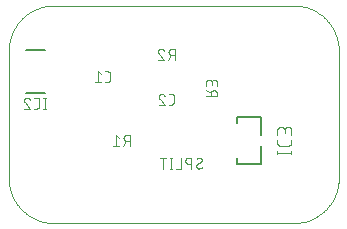
<source format=gbo>
G04 EAGLE Gerber X2 export*
G75*
%MOMM*%
%FSLAX35Y35*%
%LPD*%
%AMOC8*
5,1,8,0,0,1.08239X$1,22.5*%
G01*
%ADD10C,0.076200*%
%ADD11C,0.127000*%
%ADD12C,0.101600*%


D10*
X2413000Y1841500D02*
X381000Y1841500D01*
X0Y1460500D02*
X0Y381000D01*
X381000Y0D02*
X2413000Y0D01*
X2794000Y381000D02*
X2794000Y1460500D01*
X381000Y1841500D02*
X371794Y1841389D01*
X362593Y1841055D01*
X353402Y1840499D01*
X344228Y1839721D01*
X335076Y1838722D01*
X325950Y1837502D01*
X316856Y1836062D01*
X307800Y1834402D01*
X298786Y1832524D01*
X289821Y1830429D01*
X280908Y1828118D01*
X272055Y1825592D01*
X263265Y1822853D01*
X254543Y1819902D01*
X245896Y1816741D01*
X237327Y1813373D01*
X228842Y1809798D01*
X220446Y1806019D01*
X212144Y1802039D01*
X203940Y1797859D01*
X195840Y1793482D01*
X187848Y1788910D01*
X179969Y1784147D01*
X172207Y1779195D01*
X164567Y1774057D01*
X157054Y1768735D01*
X149671Y1763234D01*
X142423Y1757556D01*
X135315Y1751704D01*
X128350Y1745683D01*
X121533Y1739494D01*
X114867Y1733143D01*
X108357Y1726633D01*
X102006Y1719967D01*
X95817Y1713150D01*
X89796Y1706185D01*
X83944Y1699077D01*
X78266Y1691829D01*
X72765Y1684446D01*
X67443Y1676933D01*
X62305Y1669293D01*
X57353Y1661531D01*
X52590Y1653652D01*
X48018Y1645660D01*
X43641Y1637560D01*
X39461Y1629356D01*
X35481Y1621054D01*
X31702Y1612658D01*
X28127Y1604173D01*
X24759Y1595604D01*
X21598Y1586957D01*
X18647Y1578235D01*
X15908Y1569445D01*
X13382Y1560592D01*
X11071Y1551679D01*
X8976Y1542714D01*
X7098Y1533700D01*
X5438Y1524644D01*
X3998Y1515550D01*
X2778Y1506424D01*
X1779Y1497272D01*
X1001Y1488098D01*
X445Y1478907D01*
X111Y1469706D01*
X0Y1460500D01*
X2413000Y1841500D02*
X2422206Y1841389D01*
X2431407Y1841055D01*
X2440598Y1840499D01*
X2449772Y1839721D01*
X2458924Y1838722D01*
X2468050Y1837502D01*
X2477144Y1836062D01*
X2486200Y1834402D01*
X2495214Y1832524D01*
X2504179Y1830429D01*
X2513092Y1828118D01*
X2521945Y1825592D01*
X2530735Y1822853D01*
X2539457Y1819902D01*
X2548104Y1816741D01*
X2556673Y1813373D01*
X2565158Y1809798D01*
X2573554Y1806019D01*
X2581856Y1802039D01*
X2590060Y1797859D01*
X2598160Y1793482D01*
X2606152Y1788910D01*
X2614031Y1784147D01*
X2621793Y1779195D01*
X2629433Y1774057D01*
X2636946Y1768735D01*
X2644329Y1763234D01*
X2651577Y1757556D01*
X2658685Y1751704D01*
X2665650Y1745683D01*
X2672467Y1739494D01*
X2679133Y1733143D01*
X2685643Y1726633D01*
X2691994Y1719967D01*
X2698183Y1713150D01*
X2704204Y1706185D01*
X2710056Y1699077D01*
X2715734Y1691829D01*
X2721235Y1684446D01*
X2726557Y1676933D01*
X2731695Y1669293D01*
X2736647Y1661531D01*
X2741410Y1653652D01*
X2745982Y1645660D01*
X2750359Y1637560D01*
X2754539Y1629356D01*
X2758519Y1621054D01*
X2762298Y1612658D01*
X2765873Y1604173D01*
X2769241Y1595604D01*
X2772402Y1586957D01*
X2775353Y1578235D01*
X2778092Y1569445D01*
X2780618Y1560592D01*
X2782929Y1551679D01*
X2785024Y1542714D01*
X2786902Y1533700D01*
X2788562Y1524644D01*
X2790002Y1515550D01*
X2791222Y1506424D01*
X2792221Y1497272D01*
X2792999Y1488098D01*
X2793555Y1478907D01*
X2793889Y1469706D01*
X2794000Y1460500D01*
X381000Y0D02*
X371794Y111D01*
X362593Y445D01*
X353402Y1001D01*
X344228Y1779D01*
X335076Y2778D01*
X325950Y3998D01*
X316856Y5438D01*
X307800Y7098D01*
X298786Y8976D01*
X289821Y11071D01*
X280908Y13382D01*
X272055Y15908D01*
X263265Y18647D01*
X254543Y21598D01*
X245896Y24759D01*
X237327Y28127D01*
X228842Y31702D01*
X220446Y35481D01*
X212144Y39461D01*
X203940Y43641D01*
X195840Y48018D01*
X187848Y52590D01*
X179969Y57353D01*
X172207Y62305D01*
X164567Y67443D01*
X157054Y72765D01*
X149671Y78266D01*
X142423Y83944D01*
X135315Y89796D01*
X128350Y95817D01*
X121533Y102006D01*
X114867Y108357D01*
X108357Y114867D01*
X102006Y121533D01*
X95817Y128350D01*
X89796Y135315D01*
X83944Y142423D01*
X78266Y149671D01*
X72765Y157054D01*
X67443Y164567D01*
X62305Y172207D01*
X57353Y179969D01*
X52590Y187848D01*
X48018Y195840D01*
X43641Y203940D01*
X39461Y212144D01*
X35481Y220446D01*
X31702Y228842D01*
X28127Y237327D01*
X24759Y245896D01*
X21598Y254543D01*
X18647Y263265D01*
X15908Y272055D01*
X13382Y280908D01*
X11071Y289821D01*
X8976Y298786D01*
X7098Y307800D01*
X5438Y316856D01*
X3998Y325950D01*
X2778Y335076D01*
X1779Y344228D01*
X1001Y353402D01*
X445Y362593D01*
X111Y371794D01*
X0Y381000D01*
X2413000Y0D02*
X2422206Y111D01*
X2431407Y445D01*
X2440598Y1001D01*
X2449772Y1779D01*
X2458924Y2778D01*
X2468050Y3998D01*
X2477144Y5438D01*
X2486200Y7098D01*
X2495214Y8976D01*
X2504179Y11071D01*
X2513092Y13382D01*
X2521945Y15908D01*
X2530735Y18647D01*
X2539457Y21598D01*
X2548104Y24759D01*
X2556673Y28127D01*
X2565158Y31702D01*
X2573554Y35481D01*
X2581856Y39461D01*
X2590060Y43641D01*
X2598160Y48018D01*
X2606152Y52590D01*
X2614031Y57353D01*
X2621793Y62305D01*
X2629433Y67443D01*
X2636946Y72765D01*
X2644329Y78266D01*
X2651577Y83944D01*
X2658685Y89796D01*
X2665650Y95817D01*
X2672467Y102006D01*
X2679133Y108357D01*
X2685643Y114867D01*
X2691994Y121533D01*
X2698183Y128350D01*
X2704204Y135315D01*
X2710056Y142423D01*
X2715734Y149671D01*
X2721235Y157054D01*
X2726557Y164567D01*
X2731695Y172207D01*
X2736647Y179969D01*
X2741410Y187848D01*
X2745982Y195840D01*
X2750359Y203940D01*
X2754539Y212144D01*
X2758519Y220446D01*
X2762298Y228842D01*
X2765873Y237327D01*
X2769241Y245896D01*
X2772402Y254543D01*
X2775353Y263265D01*
X2778092Y272055D01*
X2780618Y280908D01*
X2782929Y289821D01*
X2785024Y298786D01*
X2786902Y307800D01*
X2788562Y316856D01*
X2790002Y325950D01*
X2791222Y335076D01*
X2792221Y344228D01*
X2792999Y353402D01*
X2793555Y362593D01*
X2793889Y371794D01*
X2794000Y381000D01*
X836510Y1192060D02*
X815981Y1192060D01*
X836510Y1192060D02*
X837006Y1192066D01*
X837502Y1192084D01*
X837997Y1192114D01*
X838491Y1192156D01*
X838984Y1192210D01*
X839476Y1192275D01*
X839966Y1192353D01*
X840454Y1192442D01*
X840940Y1192544D01*
X841423Y1192657D01*
X841903Y1192781D01*
X842380Y1192917D01*
X842854Y1193065D01*
X843324Y1193224D01*
X843790Y1193394D01*
X844251Y1193576D01*
X844709Y1193768D01*
X845161Y1193972D01*
X845608Y1194186D01*
X846050Y1194411D01*
X846487Y1194647D01*
X846917Y1194894D01*
X847342Y1195150D01*
X847760Y1195417D01*
X848172Y1195694D01*
X848577Y1195981D01*
X848974Y1196277D01*
X849365Y1196583D01*
X849748Y1196898D01*
X850123Y1197223D01*
X850491Y1197556D01*
X850850Y1197898D01*
X851201Y1198249D01*
X851543Y1198608D01*
X851876Y1198976D01*
X852201Y1199351D01*
X852516Y1199734D01*
X852822Y1200125D01*
X853118Y1200522D01*
X853405Y1200927D01*
X853682Y1201339D01*
X853949Y1201757D01*
X854205Y1202182D01*
X854452Y1202612D01*
X854688Y1203049D01*
X854913Y1203491D01*
X855127Y1203938D01*
X855331Y1204390D01*
X855523Y1204848D01*
X855705Y1205309D01*
X855875Y1205775D01*
X856034Y1206245D01*
X856182Y1206719D01*
X856318Y1207196D01*
X856442Y1207676D01*
X856555Y1208159D01*
X856657Y1208645D01*
X856746Y1209133D01*
X856824Y1209623D01*
X856889Y1210115D01*
X856943Y1210608D01*
X856985Y1211102D01*
X857015Y1211597D01*
X857033Y1212093D01*
X857039Y1212589D01*
X857038Y1212589D02*
X857038Y1263911D01*
X857039Y1263911D02*
X857033Y1264407D01*
X857015Y1264903D01*
X856985Y1265398D01*
X856943Y1265892D01*
X856889Y1266385D01*
X856824Y1266877D01*
X856746Y1267367D01*
X856657Y1267855D01*
X856555Y1268341D01*
X856442Y1268824D01*
X856318Y1269304D01*
X856182Y1269781D01*
X856034Y1270255D01*
X855875Y1270725D01*
X855705Y1271191D01*
X855523Y1271652D01*
X855331Y1272110D01*
X855127Y1272562D01*
X854913Y1273009D01*
X854688Y1273451D01*
X854452Y1273888D01*
X854205Y1274318D01*
X853949Y1274743D01*
X853682Y1275161D01*
X853405Y1275573D01*
X853118Y1275978D01*
X852822Y1276375D01*
X852516Y1276766D01*
X852201Y1277149D01*
X851876Y1277524D01*
X851543Y1277892D01*
X851201Y1278251D01*
X850850Y1278602D01*
X850491Y1278944D01*
X850123Y1279277D01*
X849748Y1279602D01*
X849365Y1279917D01*
X848974Y1280223D01*
X848577Y1280519D01*
X848172Y1280806D01*
X847760Y1281083D01*
X847342Y1281350D01*
X846917Y1281606D01*
X846487Y1281853D01*
X846050Y1282089D01*
X845608Y1282314D01*
X845161Y1282528D01*
X844709Y1282732D01*
X844251Y1282924D01*
X843790Y1283106D01*
X843324Y1283276D01*
X842854Y1283435D01*
X842380Y1283583D01*
X841903Y1283719D01*
X841423Y1283843D01*
X840940Y1283956D01*
X840454Y1284058D01*
X839966Y1284147D01*
X839476Y1284225D01*
X838984Y1284290D01*
X838491Y1284344D01*
X837997Y1284386D01*
X837502Y1284416D01*
X837006Y1284434D01*
X836510Y1284440D01*
X815981Y1284440D01*
X781784Y1263911D02*
X756123Y1284440D01*
X756123Y1192060D01*
X781784Y1192060D02*
X730462Y1192060D01*
X1355731Y1001560D02*
X1376260Y1001560D01*
X1376756Y1001566D01*
X1377252Y1001584D01*
X1377747Y1001614D01*
X1378241Y1001656D01*
X1378734Y1001710D01*
X1379226Y1001775D01*
X1379716Y1001853D01*
X1380204Y1001942D01*
X1380690Y1002044D01*
X1381173Y1002157D01*
X1381653Y1002281D01*
X1382130Y1002417D01*
X1382604Y1002565D01*
X1383074Y1002724D01*
X1383540Y1002894D01*
X1384001Y1003076D01*
X1384459Y1003268D01*
X1384911Y1003472D01*
X1385358Y1003686D01*
X1385800Y1003911D01*
X1386237Y1004147D01*
X1386667Y1004394D01*
X1387092Y1004650D01*
X1387510Y1004917D01*
X1387922Y1005194D01*
X1388327Y1005481D01*
X1388724Y1005777D01*
X1389115Y1006083D01*
X1389498Y1006398D01*
X1389873Y1006723D01*
X1390241Y1007056D01*
X1390600Y1007398D01*
X1390951Y1007749D01*
X1391293Y1008108D01*
X1391626Y1008476D01*
X1391951Y1008851D01*
X1392266Y1009234D01*
X1392572Y1009625D01*
X1392868Y1010022D01*
X1393155Y1010427D01*
X1393432Y1010839D01*
X1393699Y1011257D01*
X1393955Y1011682D01*
X1394202Y1012112D01*
X1394438Y1012549D01*
X1394663Y1012991D01*
X1394877Y1013438D01*
X1395081Y1013890D01*
X1395273Y1014348D01*
X1395455Y1014809D01*
X1395625Y1015275D01*
X1395784Y1015745D01*
X1395932Y1016219D01*
X1396068Y1016696D01*
X1396192Y1017176D01*
X1396305Y1017659D01*
X1396407Y1018145D01*
X1396496Y1018633D01*
X1396574Y1019123D01*
X1396639Y1019615D01*
X1396693Y1020108D01*
X1396735Y1020602D01*
X1396765Y1021097D01*
X1396783Y1021593D01*
X1396789Y1022089D01*
X1396788Y1022089D02*
X1396788Y1073411D01*
X1396789Y1073411D02*
X1396783Y1073907D01*
X1396765Y1074403D01*
X1396735Y1074898D01*
X1396693Y1075392D01*
X1396639Y1075885D01*
X1396574Y1076377D01*
X1396496Y1076867D01*
X1396407Y1077355D01*
X1396305Y1077841D01*
X1396192Y1078324D01*
X1396068Y1078804D01*
X1395932Y1079281D01*
X1395784Y1079755D01*
X1395625Y1080225D01*
X1395455Y1080691D01*
X1395273Y1081152D01*
X1395081Y1081610D01*
X1394877Y1082062D01*
X1394663Y1082509D01*
X1394438Y1082951D01*
X1394202Y1083388D01*
X1393955Y1083818D01*
X1393699Y1084243D01*
X1393432Y1084661D01*
X1393155Y1085073D01*
X1392868Y1085478D01*
X1392572Y1085875D01*
X1392266Y1086266D01*
X1391951Y1086649D01*
X1391626Y1087024D01*
X1391293Y1087392D01*
X1390951Y1087751D01*
X1390600Y1088102D01*
X1390241Y1088444D01*
X1389873Y1088777D01*
X1389498Y1089102D01*
X1389115Y1089417D01*
X1388724Y1089723D01*
X1388327Y1090019D01*
X1387922Y1090306D01*
X1387510Y1090583D01*
X1387092Y1090850D01*
X1386667Y1091106D01*
X1386237Y1091353D01*
X1385800Y1091589D01*
X1385358Y1091814D01*
X1384911Y1092028D01*
X1384459Y1092232D01*
X1384001Y1092424D01*
X1383540Y1092606D01*
X1383074Y1092776D01*
X1382604Y1092935D01*
X1382130Y1093083D01*
X1381653Y1093219D01*
X1381173Y1093343D01*
X1380690Y1093456D01*
X1380204Y1093558D01*
X1379716Y1093647D01*
X1379226Y1093725D01*
X1378734Y1093790D01*
X1378241Y1093844D01*
X1377747Y1093886D01*
X1377252Y1093916D01*
X1376756Y1093934D01*
X1376260Y1093940D01*
X1355731Y1093940D01*
X1293307Y1093940D02*
X1292740Y1093933D01*
X1292173Y1093912D01*
X1291608Y1093877D01*
X1291043Y1093829D01*
X1290480Y1093766D01*
X1289918Y1093690D01*
X1289358Y1093600D01*
X1288801Y1093496D01*
X1288247Y1093379D01*
X1287695Y1093248D01*
X1287147Y1093103D01*
X1286603Y1092945D01*
X1286062Y1092774D01*
X1285526Y1092590D01*
X1284995Y1092392D01*
X1284469Y1092182D01*
X1283948Y1091959D01*
X1283432Y1091723D01*
X1282923Y1091474D01*
X1282420Y1091213D01*
X1281923Y1090940D01*
X1281434Y1090654D01*
X1280951Y1090357D01*
X1280476Y1090048D01*
X1280009Y1089727D01*
X1279549Y1089395D01*
X1279098Y1089052D01*
X1278656Y1088698D01*
X1278222Y1088333D01*
X1277797Y1087957D01*
X1277382Y1087571D01*
X1276976Y1087176D01*
X1276580Y1086770D01*
X1276195Y1086355D01*
X1275819Y1085930D01*
X1275454Y1085496D01*
X1275100Y1085054D01*
X1274757Y1084603D01*
X1274425Y1084143D01*
X1274104Y1083676D01*
X1273795Y1083201D01*
X1273498Y1082718D01*
X1273212Y1082228D01*
X1272939Y1081732D01*
X1272678Y1081229D01*
X1272429Y1080719D01*
X1272193Y1080204D01*
X1271970Y1079683D01*
X1271760Y1079157D01*
X1271562Y1078625D01*
X1271378Y1078089D01*
X1271206Y1077549D01*
X1271049Y1077005D01*
X1270904Y1076457D01*
X1270773Y1075905D01*
X1270656Y1075351D01*
X1270552Y1074793D01*
X1270462Y1074234D01*
X1270386Y1073672D01*
X1270323Y1073109D01*
X1270275Y1072544D01*
X1270240Y1071978D01*
X1270219Y1071412D01*
X1270212Y1070845D01*
X1293307Y1093940D02*
X1294024Y1093931D01*
X1294741Y1093905D01*
X1295458Y1093862D01*
X1296173Y1093801D01*
X1296886Y1093723D01*
X1297597Y1093628D01*
X1298306Y1093516D01*
X1299012Y1093386D01*
X1299714Y1093240D01*
X1300413Y1093077D01*
X1301107Y1092896D01*
X1301797Y1092699D01*
X1302482Y1092486D01*
X1303162Y1092256D01*
X1303836Y1092009D01*
X1304503Y1091746D01*
X1305165Y1091468D01*
X1305819Y1091173D01*
X1306466Y1090862D01*
X1307105Y1090536D01*
X1307736Y1090195D01*
X1308359Y1089839D01*
X1308973Y1089467D01*
X1309578Y1089081D01*
X1310173Y1088680D01*
X1310758Y1088265D01*
X1311333Y1087836D01*
X1311898Y1087393D01*
X1312452Y1086937D01*
X1312994Y1086467D01*
X1313525Y1085985D01*
X1314045Y1085489D01*
X1314552Y1084982D01*
X1315046Y1084462D01*
X1315528Y1083930D01*
X1315997Y1083387D01*
X1316453Y1082833D01*
X1316895Y1082268D01*
X1317323Y1081692D01*
X1317738Y1081106D01*
X1318138Y1080510D01*
X1318523Y1079905D01*
X1318894Y1079291D01*
X1319250Y1078668D01*
X1319590Y1078036D01*
X1319915Y1077396D01*
X1320225Y1076749D01*
X1320519Y1076095D01*
X1320797Y1075433D01*
X1321059Y1074765D01*
X1321304Y1074091D01*
X1321534Y1073411D01*
X1277910Y1052882D02*
X1277474Y1053307D01*
X1277049Y1053743D01*
X1276635Y1054189D01*
X1276232Y1054645D01*
X1275840Y1055111D01*
X1275459Y1055586D01*
X1275091Y1056071D01*
X1274734Y1056564D01*
X1274390Y1057066D01*
X1274058Y1057576D01*
X1273739Y1058095D01*
X1273432Y1058620D01*
X1273139Y1059154D01*
X1272859Y1059694D01*
X1272592Y1060241D01*
X1272338Y1060795D01*
X1272099Y1061354D01*
X1271873Y1061919D01*
X1271661Y1062490D01*
X1271463Y1063065D01*
X1271279Y1063646D01*
X1271109Y1064230D01*
X1270954Y1064819D01*
X1270814Y1065411D01*
X1270687Y1066007D01*
X1270576Y1066605D01*
X1270479Y1067206D01*
X1270397Y1067809D01*
X1270330Y1068414D01*
X1270278Y1069021D01*
X1270241Y1069628D01*
X1270218Y1070236D01*
X1270211Y1070845D01*
X1277910Y1052882D02*
X1321534Y1001560D01*
X1270212Y1001560D01*
D11*
X308600Y1462700D02*
X148600Y1462700D01*
X148600Y1102700D02*
X308600Y1102700D01*
D10*
X303448Y1062190D02*
X303448Y969810D01*
X293184Y969810D02*
X313713Y969810D01*
X313713Y1062190D02*
X293184Y1062190D01*
X236836Y969810D02*
X216307Y969810D01*
X236836Y969810D02*
X237332Y969816D01*
X237828Y969834D01*
X238323Y969864D01*
X238817Y969906D01*
X239310Y969960D01*
X239802Y970025D01*
X240292Y970103D01*
X240780Y970192D01*
X241266Y970294D01*
X241749Y970407D01*
X242229Y970531D01*
X242706Y970667D01*
X243180Y970815D01*
X243650Y970974D01*
X244116Y971144D01*
X244577Y971326D01*
X245035Y971518D01*
X245487Y971722D01*
X245934Y971936D01*
X246376Y972161D01*
X246813Y972397D01*
X247243Y972644D01*
X247668Y972900D01*
X248086Y973167D01*
X248498Y973444D01*
X248903Y973731D01*
X249300Y974027D01*
X249691Y974333D01*
X250074Y974648D01*
X250449Y974973D01*
X250817Y975306D01*
X251176Y975648D01*
X251527Y975999D01*
X251869Y976358D01*
X252202Y976726D01*
X252527Y977101D01*
X252842Y977484D01*
X253148Y977875D01*
X253444Y978272D01*
X253731Y978677D01*
X254008Y979089D01*
X254275Y979507D01*
X254531Y979932D01*
X254778Y980362D01*
X255014Y980799D01*
X255239Y981241D01*
X255453Y981688D01*
X255657Y982140D01*
X255849Y982598D01*
X256031Y983059D01*
X256201Y983525D01*
X256360Y983995D01*
X256508Y984469D01*
X256644Y984946D01*
X256768Y985426D01*
X256881Y985909D01*
X256983Y986395D01*
X257072Y986883D01*
X257150Y987373D01*
X257215Y987865D01*
X257269Y988358D01*
X257311Y988852D01*
X257341Y989347D01*
X257359Y989843D01*
X257365Y990339D01*
X257364Y990339D02*
X257364Y1041661D01*
X257365Y1041661D02*
X257359Y1042157D01*
X257341Y1042653D01*
X257311Y1043148D01*
X257269Y1043642D01*
X257215Y1044135D01*
X257150Y1044627D01*
X257072Y1045117D01*
X256983Y1045605D01*
X256881Y1046091D01*
X256768Y1046574D01*
X256644Y1047054D01*
X256508Y1047531D01*
X256360Y1048005D01*
X256201Y1048475D01*
X256031Y1048941D01*
X255849Y1049402D01*
X255657Y1049860D01*
X255453Y1050312D01*
X255239Y1050759D01*
X255014Y1051201D01*
X254778Y1051638D01*
X254531Y1052068D01*
X254275Y1052493D01*
X254008Y1052911D01*
X253731Y1053323D01*
X253444Y1053728D01*
X253148Y1054125D01*
X252842Y1054516D01*
X252527Y1054899D01*
X252202Y1055274D01*
X251869Y1055642D01*
X251527Y1056001D01*
X251176Y1056352D01*
X250817Y1056694D01*
X250449Y1057027D01*
X250074Y1057352D01*
X249691Y1057667D01*
X249300Y1057973D01*
X248903Y1058269D01*
X248498Y1058556D01*
X248086Y1058833D01*
X247668Y1059100D01*
X247243Y1059356D01*
X246813Y1059603D01*
X246376Y1059839D01*
X245934Y1060064D01*
X245487Y1060278D01*
X245035Y1060482D01*
X244577Y1060674D01*
X244116Y1060856D01*
X243650Y1061026D01*
X243180Y1061185D01*
X242706Y1061333D01*
X242229Y1061469D01*
X241749Y1061593D01*
X241266Y1061706D01*
X240780Y1061808D01*
X240292Y1061897D01*
X239802Y1061975D01*
X239310Y1062040D01*
X238817Y1062094D01*
X238323Y1062136D01*
X237828Y1062166D01*
X237332Y1062184D01*
X236836Y1062190D01*
X216307Y1062190D01*
X153883Y1062190D02*
X153316Y1062183D01*
X152749Y1062162D01*
X152184Y1062127D01*
X151619Y1062079D01*
X151056Y1062016D01*
X150494Y1061940D01*
X149934Y1061850D01*
X149377Y1061746D01*
X148823Y1061629D01*
X148271Y1061498D01*
X147723Y1061353D01*
X147179Y1061195D01*
X146638Y1061024D01*
X146102Y1060840D01*
X145571Y1060642D01*
X145045Y1060432D01*
X144524Y1060209D01*
X144008Y1059973D01*
X143499Y1059724D01*
X142996Y1059463D01*
X142499Y1059190D01*
X142010Y1058904D01*
X141527Y1058607D01*
X141052Y1058298D01*
X140585Y1057977D01*
X140125Y1057645D01*
X139674Y1057302D01*
X139232Y1056948D01*
X138798Y1056583D01*
X138373Y1056207D01*
X137958Y1055821D01*
X137552Y1055426D01*
X137156Y1055020D01*
X136771Y1054605D01*
X136395Y1054180D01*
X136030Y1053746D01*
X135676Y1053304D01*
X135333Y1052853D01*
X135001Y1052393D01*
X134680Y1051926D01*
X134371Y1051451D01*
X134074Y1050968D01*
X133788Y1050478D01*
X133515Y1049982D01*
X133254Y1049479D01*
X133005Y1048969D01*
X132769Y1048454D01*
X132546Y1047933D01*
X132336Y1047407D01*
X132138Y1046875D01*
X131954Y1046339D01*
X131782Y1045799D01*
X131625Y1045255D01*
X131480Y1044707D01*
X131349Y1044155D01*
X131232Y1043601D01*
X131128Y1043043D01*
X131038Y1042484D01*
X130962Y1041922D01*
X130899Y1041359D01*
X130851Y1040794D01*
X130816Y1040228D01*
X130795Y1039662D01*
X130788Y1039095D01*
X153883Y1062190D02*
X154600Y1062181D01*
X155317Y1062155D01*
X156034Y1062112D01*
X156749Y1062051D01*
X157462Y1061973D01*
X158173Y1061878D01*
X158882Y1061766D01*
X159588Y1061636D01*
X160290Y1061490D01*
X160989Y1061327D01*
X161683Y1061146D01*
X162373Y1060949D01*
X163058Y1060736D01*
X163738Y1060506D01*
X164412Y1060259D01*
X165079Y1059996D01*
X165741Y1059718D01*
X166395Y1059423D01*
X167042Y1059112D01*
X167681Y1058786D01*
X168312Y1058445D01*
X168935Y1058089D01*
X169549Y1057717D01*
X170154Y1057331D01*
X170749Y1056930D01*
X171334Y1056515D01*
X171909Y1056086D01*
X172474Y1055643D01*
X173028Y1055187D01*
X173570Y1054717D01*
X174101Y1054235D01*
X174621Y1053739D01*
X175128Y1053232D01*
X175622Y1052712D01*
X176104Y1052180D01*
X176573Y1051637D01*
X177029Y1051083D01*
X177471Y1050518D01*
X177899Y1049942D01*
X178314Y1049356D01*
X178714Y1048760D01*
X179099Y1048155D01*
X179470Y1047541D01*
X179826Y1046918D01*
X180166Y1046286D01*
X180491Y1045646D01*
X180801Y1044999D01*
X181095Y1044345D01*
X181373Y1043683D01*
X181635Y1043015D01*
X181880Y1042341D01*
X182110Y1041661D01*
X138486Y1021132D02*
X138050Y1021557D01*
X137625Y1021993D01*
X137211Y1022439D01*
X136808Y1022895D01*
X136416Y1023361D01*
X136035Y1023836D01*
X135667Y1024321D01*
X135310Y1024814D01*
X134966Y1025316D01*
X134634Y1025826D01*
X134315Y1026345D01*
X134008Y1026870D01*
X133715Y1027404D01*
X133435Y1027944D01*
X133168Y1028491D01*
X132914Y1029045D01*
X132675Y1029604D01*
X132449Y1030169D01*
X132237Y1030740D01*
X132039Y1031315D01*
X131855Y1031896D01*
X131685Y1032480D01*
X131530Y1033069D01*
X131390Y1033661D01*
X131263Y1034257D01*
X131152Y1034855D01*
X131055Y1035456D01*
X130973Y1036059D01*
X130906Y1036664D01*
X130854Y1037271D01*
X130817Y1037878D01*
X130794Y1038486D01*
X130787Y1039095D01*
X138486Y1021132D02*
X182110Y969810D01*
X130788Y969810D01*
X1022878Y744690D02*
X1022878Y652310D01*
X1022878Y744690D02*
X997217Y744690D01*
X996592Y744682D01*
X995968Y744660D01*
X995344Y744622D01*
X994721Y744568D01*
X994100Y744500D01*
X993481Y744417D01*
X992864Y744318D01*
X992249Y744205D01*
X991638Y744076D01*
X991029Y743933D01*
X990425Y743775D01*
X989824Y743602D01*
X989228Y743415D01*
X988636Y743213D01*
X988050Y742997D01*
X987469Y742766D01*
X986894Y742522D01*
X986325Y742264D01*
X985762Y741992D01*
X985207Y741706D01*
X984658Y741407D01*
X984117Y741094D01*
X983583Y740769D01*
X983058Y740430D01*
X982541Y740079D01*
X982033Y739715D01*
X981534Y739340D01*
X981044Y738952D01*
X980563Y738552D01*
X980093Y738141D01*
X979633Y737718D01*
X979183Y737284D01*
X978744Y736840D01*
X978315Y736385D01*
X977898Y735919D01*
X977493Y735444D01*
X977099Y734958D01*
X976717Y734464D01*
X976347Y733960D01*
X975990Y733447D01*
X975645Y732926D01*
X975313Y732397D01*
X974994Y731860D01*
X974688Y731315D01*
X974396Y730762D01*
X974117Y730203D01*
X973851Y729637D01*
X973600Y729065D01*
X973363Y728487D01*
X973139Y727903D01*
X972930Y727314D01*
X972736Y726721D01*
X972556Y726122D01*
X972390Y725520D01*
X972240Y724913D01*
X972104Y724303D01*
X971983Y723690D01*
X971877Y723074D01*
X971786Y722456D01*
X971710Y721836D01*
X971649Y721214D01*
X971604Y720590D01*
X971573Y719966D01*
X971558Y719341D01*
X971558Y718717D01*
X971573Y718092D01*
X971604Y717468D01*
X971649Y716844D01*
X971710Y716222D01*
X971786Y715602D01*
X971877Y714984D01*
X971983Y714368D01*
X972104Y713755D01*
X972240Y713145D01*
X972390Y712538D01*
X972556Y711936D01*
X972736Y711337D01*
X972930Y710744D01*
X973139Y710155D01*
X973363Y709571D01*
X973600Y708993D01*
X973851Y708421D01*
X974117Y707855D01*
X974396Y707296D01*
X974688Y706743D01*
X974994Y706198D01*
X975313Y705661D01*
X975645Y705132D01*
X975990Y704611D01*
X976347Y704098D01*
X976717Y703594D01*
X977099Y703100D01*
X977493Y702614D01*
X977898Y702139D01*
X978315Y701673D01*
X978744Y701218D01*
X979183Y700774D01*
X979633Y700340D01*
X980093Y699917D01*
X980563Y699506D01*
X981044Y699106D01*
X981534Y698718D01*
X982033Y698343D01*
X982541Y697979D01*
X983058Y697628D01*
X983583Y697289D01*
X984117Y696964D01*
X984658Y696651D01*
X985207Y696352D01*
X985762Y696066D01*
X986325Y695794D01*
X986894Y695536D01*
X987469Y695292D01*
X988050Y695061D01*
X988636Y694845D01*
X989228Y694643D01*
X989824Y694456D01*
X990425Y694283D01*
X991029Y694125D01*
X991638Y693982D01*
X992249Y693853D01*
X992864Y693740D01*
X993481Y693641D01*
X994100Y693558D01*
X994721Y693490D01*
X995344Y693436D01*
X995968Y693398D01*
X996592Y693376D01*
X997217Y693368D01*
X1022878Y693368D01*
X992085Y693368D02*
X971556Y652310D01*
X933444Y724161D02*
X907783Y744690D01*
X907783Y652310D01*
X933444Y652310D02*
X882122Y652310D01*
X1403878Y1382560D02*
X1403878Y1474940D01*
X1378217Y1474940D01*
X1377592Y1474932D01*
X1376968Y1474910D01*
X1376344Y1474872D01*
X1375721Y1474818D01*
X1375100Y1474750D01*
X1374481Y1474667D01*
X1373864Y1474568D01*
X1373249Y1474455D01*
X1372638Y1474326D01*
X1372029Y1474183D01*
X1371425Y1474025D01*
X1370824Y1473852D01*
X1370228Y1473665D01*
X1369636Y1473463D01*
X1369050Y1473247D01*
X1368469Y1473016D01*
X1367894Y1472772D01*
X1367325Y1472514D01*
X1366762Y1472242D01*
X1366207Y1471956D01*
X1365658Y1471657D01*
X1365117Y1471344D01*
X1364583Y1471019D01*
X1364058Y1470680D01*
X1363541Y1470329D01*
X1363033Y1469965D01*
X1362534Y1469590D01*
X1362044Y1469202D01*
X1361563Y1468802D01*
X1361093Y1468391D01*
X1360633Y1467968D01*
X1360183Y1467534D01*
X1359744Y1467090D01*
X1359315Y1466635D01*
X1358898Y1466169D01*
X1358493Y1465694D01*
X1358099Y1465208D01*
X1357717Y1464714D01*
X1357347Y1464210D01*
X1356990Y1463697D01*
X1356645Y1463176D01*
X1356313Y1462647D01*
X1355994Y1462110D01*
X1355688Y1461565D01*
X1355396Y1461012D01*
X1355117Y1460453D01*
X1354851Y1459887D01*
X1354600Y1459315D01*
X1354363Y1458737D01*
X1354139Y1458153D01*
X1353930Y1457564D01*
X1353736Y1456971D01*
X1353556Y1456372D01*
X1353390Y1455770D01*
X1353240Y1455163D01*
X1353104Y1454553D01*
X1352983Y1453940D01*
X1352877Y1453324D01*
X1352786Y1452706D01*
X1352710Y1452086D01*
X1352649Y1451464D01*
X1352604Y1450840D01*
X1352573Y1450216D01*
X1352558Y1449591D01*
X1352558Y1448967D01*
X1352573Y1448342D01*
X1352604Y1447718D01*
X1352649Y1447094D01*
X1352710Y1446472D01*
X1352786Y1445852D01*
X1352877Y1445234D01*
X1352983Y1444618D01*
X1353104Y1444005D01*
X1353240Y1443395D01*
X1353390Y1442788D01*
X1353556Y1442186D01*
X1353736Y1441587D01*
X1353930Y1440994D01*
X1354139Y1440405D01*
X1354363Y1439821D01*
X1354600Y1439243D01*
X1354851Y1438671D01*
X1355117Y1438105D01*
X1355396Y1437546D01*
X1355688Y1436993D01*
X1355994Y1436448D01*
X1356313Y1435911D01*
X1356645Y1435382D01*
X1356990Y1434861D01*
X1357347Y1434348D01*
X1357717Y1433844D01*
X1358099Y1433350D01*
X1358493Y1432864D01*
X1358898Y1432389D01*
X1359315Y1431923D01*
X1359744Y1431468D01*
X1360183Y1431024D01*
X1360633Y1430590D01*
X1361093Y1430167D01*
X1361563Y1429756D01*
X1362044Y1429356D01*
X1362534Y1428968D01*
X1363033Y1428593D01*
X1363541Y1428229D01*
X1364058Y1427878D01*
X1364583Y1427539D01*
X1365117Y1427214D01*
X1365658Y1426901D01*
X1366207Y1426602D01*
X1366762Y1426316D01*
X1367325Y1426044D01*
X1367894Y1425786D01*
X1368469Y1425542D01*
X1369050Y1425311D01*
X1369636Y1425095D01*
X1370228Y1424893D01*
X1370824Y1424706D01*
X1371425Y1424533D01*
X1372029Y1424375D01*
X1372638Y1424232D01*
X1373249Y1424103D01*
X1373864Y1423990D01*
X1374481Y1423891D01*
X1375100Y1423808D01*
X1375721Y1423740D01*
X1376344Y1423686D01*
X1376968Y1423648D01*
X1377592Y1423626D01*
X1378217Y1423618D01*
X1403878Y1423618D01*
X1373085Y1423618D02*
X1352556Y1382560D01*
X1263123Y1451845D02*
X1263130Y1452412D01*
X1263151Y1452978D01*
X1263186Y1453544D01*
X1263234Y1454109D01*
X1263297Y1454672D01*
X1263373Y1455234D01*
X1263463Y1455793D01*
X1263567Y1456351D01*
X1263684Y1456905D01*
X1263815Y1457457D01*
X1263960Y1458005D01*
X1264117Y1458549D01*
X1264289Y1459089D01*
X1264473Y1459625D01*
X1264671Y1460157D01*
X1264881Y1460683D01*
X1265104Y1461204D01*
X1265340Y1461719D01*
X1265589Y1462229D01*
X1265850Y1462732D01*
X1266123Y1463228D01*
X1266409Y1463718D01*
X1266706Y1464201D01*
X1267015Y1464676D01*
X1267336Y1465143D01*
X1267668Y1465603D01*
X1268011Y1466054D01*
X1268365Y1466496D01*
X1268730Y1466930D01*
X1269106Y1467355D01*
X1269491Y1467770D01*
X1269887Y1468176D01*
X1270293Y1468571D01*
X1270708Y1468957D01*
X1271133Y1469333D01*
X1271567Y1469698D01*
X1272009Y1470052D01*
X1272460Y1470395D01*
X1272920Y1470727D01*
X1273387Y1471048D01*
X1273862Y1471357D01*
X1274345Y1471654D01*
X1274834Y1471940D01*
X1275331Y1472213D01*
X1275834Y1472474D01*
X1276343Y1472723D01*
X1276859Y1472959D01*
X1277380Y1473182D01*
X1277906Y1473392D01*
X1278437Y1473590D01*
X1278973Y1473774D01*
X1279514Y1473945D01*
X1280058Y1474103D01*
X1280606Y1474248D01*
X1281158Y1474379D01*
X1281712Y1474496D01*
X1282269Y1474600D01*
X1282829Y1474690D01*
X1283391Y1474766D01*
X1283954Y1474829D01*
X1284519Y1474877D01*
X1285084Y1474912D01*
X1285651Y1474933D01*
X1286218Y1474940D01*
X1286935Y1474931D01*
X1287652Y1474905D01*
X1288369Y1474862D01*
X1289084Y1474801D01*
X1289797Y1474723D01*
X1290508Y1474628D01*
X1291217Y1474516D01*
X1291923Y1474386D01*
X1292625Y1474240D01*
X1293324Y1474077D01*
X1294018Y1473896D01*
X1294708Y1473699D01*
X1295393Y1473486D01*
X1296073Y1473256D01*
X1296747Y1473009D01*
X1297414Y1472746D01*
X1298076Y1472468D01*
X1298730Y1472173D01*
X1299377Y1471862D01*
X1300016Y1471536D01*
X1300647Y1471195D01*
X1301270Y1470839D01*
X1301884Y1470467D01*
X1302489Y1470081D01*
X1303084Y1469680D01*
X1303669Y1469265D01*
X1304244Y1468836D01*
X1304809Y1468393D01*
X1305363Y1467937D01*
X1305905Y1467467D01*
X1306436Y1466985D01*
X1306956Y1466489D01*
X1307463Y1465982D01*
X1307957Y1465462D01*
X1308439Y1464930D01*
X1308908Y1464387D01*
X1309364Y1463833D01*
X1309806Y1463268D01*
X1310234Y1462692D01*
X1310649Y1462106D01*
X1311049Y1461510D01*
X1311434Y1460905D01*
X1311805Y1460291D01*
X1312161Y1459668D01*
X1312501Y1459036D01*
X1312826Y1458396D01*
X1313136Y1457749D01*
X1313430Y1457095D01*
X1313708Y1456433D01*
X1313970Y1455765D01*
X1314215Y1455091D01*
X1314445Y1454411D01*
X1270821Y1433882D02*
X1270385Y1434307D01*
X1269960Y1434743D01*
X1269546Y1435189D01*
X1269143Y1435645D01*
X1268751Y1436111D01*
X1268370Y1436586D01*
X1268002Y1437071D01*
X1267645Y1437564D01*
X1267301Y1438066D01*
X1266969Y1438576D01*
X1266650Y1439095D01*
X1266343Y1439620D01*
X1266050Y1440154D01*
X1265770Y1440694D01*
X1265503Y1441241D01*
X1265249Y1441795D01*
X1265010Y1442354D01*
X1264784Y1442919D01*
X1264572Y1443490D01*
X1264374Y1444065D01*
X1264190Y1444646D01*
X1264020Y1445230D01*
X1263865Y1445819D01*
X1263725Y1446411D01*
X1263598Y1447007D01*
X1263487Y1447605D01*
X1263390Y1448206D01*
X1263308Y1448809D01*
X1263241Y1449414D01*
X1263189Y1450021D01*
X1263152Y1450628D01*
X1263129Y1451236D01*
X1263122Y1451845D01*
X1270821Y1433882D02*
X1314444Y1382560D01*
X1263122Y1382560D01*
X1668310Y1072622D02*
X1760690Y1072622D01*
X1760690Y1098283D01*
X1760682Y1098908D01*
X1760660Y1099532D01*
X1760622Y1100156D01*
X1760568Y1100779D01*
X1760500Y1101400D01*
X1760417Y1102019D01*
X1760318Y1102636D01*
X1760205Y1103251D01*
X1760076Y1103862D01*
X1759933Y1104471D01*
X1759775Y1105075D01*
X1759602Y1105676D01*
X1759415Y1106272D01*
X1759213Y1106864D01*
X1758997Y1107450D01*
X1758766Y1108031D01*
X1758522Y1108606D01*
X1758264Y1109175D01*
X1757992Y1109738D01*
X1757706Y1110293D01*
X1757407Y1110842D01*
X1757094Y1111383D01*
X1756769Y1111917D01*
X1756430Y1112442D01*
X1756079Y1112959D01*
X1755715Y1113467D01*
X1755340Y1113966D01*
X1754952Y1114456D01*
X1754552Y1114937D01*
X1754141Y1115407D01*
X1753718Y1115867D01*
X1753284Y1116317D01*
X1752840Y1116756D01*
X1752385Y1117185D01*
X1751919Y1117602D01*
X1751444Y1118007D01*
X1750958Y1118401D01*
X1750464Y1118783D01*
X1749960Y1119153D01*
X1749447Y1119510D01*
X1748926Y1119855D01*
X1748397Y1120187D01*
X1747860Y1120506D01*
X1747315Y1120812D01*
X1746762Y1121104D01*
X1746203Y1121383D01*
X1745637Y1121649D01*
X1745065Y1121900D01*
X1744487Y1122137D01*
X1743903Y1122361D01*
X1743314Y1122570D01*
X1742721Y1122764D01*
X1742122Y1122944D01*
X1741520Y1123110D01*
X1740913Y1123260D01*
X1740303Y1123396D01*
X1739690Y1123517D01*
X1739074Y1123623D01*
X1738456Y1123714D01*
X1737836Y1123790D01*
X1737214Y1123851D01*
X1736590Y1123896D01*
X1735966Y1123927D01*
X1735341Y1123942D01*
X1734717Y1123942D01*
X1734092Y1123927D01*
X1733468Y1123896D01*
X1732844Y1123851D01*
X1732222Y1123790D01*
X1731602Y1123714D01*
X1730984Y1123623D01*
X1730368Y1123517D01*
X1729755Y1123396D01*
X1729145Y1123260D01*
X1728538Y1123110D01*
X1727936Y1122944D01*
X1727337Y1122764D01*
X1726744Y1122570D01*
X1726155Y1122361D01*
X1725571Y1122137D01*
X1724993Y1121900D01*
X1724421Y1121649D01*
X1723855Y1121383D01*
X1723296Y1121104D01*
X1722743Y1120812D01*
X1722199Y1120506D01*
X1721661Y1120187D01*
X1721132Y1119855D01*
X1720611Y1119510D01*
X1720098Y1119153D01*
X1719594Y1118783D01*
X1719100Y1118401D01*
X1718614Y1118007D01*
X1718139Y1117602D01*
X1717673Y1117185D01*
X1717218Y1116756D01*
X1716774Y1116317D01*
X1716340Y1115867D01*
X1715917Y1115407D01*
X1715506Y1114937D01*
X1715106Y1114456D01*
X1714718Y1113966D01*
X1714343Y1113467D01*
X1713979Y1112959D01*
X1713628Y1112442D01*
X1713289Y1111917D01*
X1712964Y1111383D01*
X1712651Y1110842D01*
X1712352Y1110293D01*
X1712066Y1109738D01*
X1711794Y1109175D01*
X1711536Y1108606D01*
X1711292Y1108031D01*
X1711061Y1107450D01*
X1710845Y1106864D01*
X1710643Y1106272D01*
X1710456Y1105676D01*
X1710283Y1105075D01*
X1710125Y1104471D01*
X1709982Y1103862D01*
X1709853Y1103251D01*
X1709740Y1102636D01*
X1709641Y1102019D01*
X1709558Y1101400D01*
X1709490Y1100779D01*
X1709436Y1100156D01*
X1709398Y1099532D01*
X1709376Y1098908D01*
X1709368Y1098283D01*
X1709368Y1072622D01*
X1709368Y1103415D02*
X1668310Y1123944D01*
X1668310Y1162056D02*
X1668310Y1187717D01*
X1668318Y1188342D01*
X1668340Y1188966D01*
X1668378Y1189590D01*
X1668432Y1190213D01*
X1668500Y1190834D01*
X1668583Y1191453D01*
X1668682Y1192070D01*
X1668795Y1192685D01*
X1668924Y1193296D01*
X1669067Y1193905D01*
X1669225Y1194509D01*
X1669398Y1195110D01*
X1669585Y1195706D01*
X1669787Y1196298D01*
X1670003Y1196884D01*
X1670234Y1197465D01*
X1670478Y1198040D01*
X1670736Y1198609D01*
X1671008Y1199172D01*
X1671294Y1199727D01*
X1671593Y1200276D01*
X1671906Y1200817D01*
X1672231Y1201351D01*
X1672570Y1201876D01*
X1672921Y1202393D01*
X1673285Y1202901D01*
X1673660Y1203400D01*
X1674048Y1203890D01*
X1674448Y1204371D01*
X1674859Y1204841D01*
X1675282Y1205301D01*
X1675716Y1205751D01*
X1676160Y1206190D01*
X1676615Y1206619D01*
X1677081Y1207036D01*
X1677556Y1207441D01*
X1678042Y1207835D01*
X1678536Y1208217D01*
X1679040Y1208587D01*
X1679553Y1208944D01*
X1680074Y1209289D01*
X1680603Y1209621D01*
X1681141Y1209940D01*
X1681685Y1210246D01*
X1682238Y1210538D01*
X1682797Y1210817D01*
X1683363Y1211083D01*
X1683935Y1211334D01*
X1684513Y1211571D01*
X1685097Y1211795D01*
X1685686Y1212004D01*
X1686279Y1212198D01*
X1686878Y1212378D01*
X1687480Y1212544D01*
X1688087Y1212694D01*
X1688697Y1212830D01*
X1689310Y1212951D01*
X1689926Y1213057D01*
X1690544Y1213148D01*
X1691164Y1213224D01*
X1691786Y1213285D01*
X1692410Y1213330D01*
X1693034Y1213361D01*
X1693659Y1213376D01*
X1694283Y1213376D01*
X1694908Y1213361D01*
X1695532Y1213330D01*
X1696156Y1213285D01*
X1696778Y1213224D01*
X1697398Y1213148D01*
X1698016Y1213057D01*
X1698632Y1212951D01*
X1699245Y1212830D01*
X1699855Y1212694D01*
X1700462Y1212544D01*
X1701064Y1212378D01*
X1701663Y1212198D01*
X1702256Y1212004D01*
X1702845Y1211795D01*
X1703429Y1211571D01*
X1704007Y1211334D01*
X1704579Y1211083D01*
X1705145Y1210817D01*
X1705704Y1210538D01*
X1706257Y1210246D01*
X1706802Y1209940D01*
X1707339Y1209621D01*
X1707868Y1209289D01*
X1708389Y1208944D01*
X1708902Y1208587D01*
X1709406Y1208217D01*
X1709900Y1207835D01*
X1710386Y1207441D01*
X1710861Y1207036D01*
X1711327Y1206619D01*
X1711782Y1206190D01*
X1712226Y1205751D01*
X1712660Y1205301D01*
X1713083Y1204841D01*
X1713494Y1204371D01*
X1713894Y1203890D01*
X1714282Y1203400D01*
X1714657Y1202901D01*
X1715021Y1202393D01*
X1715372Y1201876D01*
X1715711Y1201351D01*
X1716036Y1200817D01*
X1716349Y1200276D01*
X1716648Y1199727D01*
X1716934Y1199172D01*
X1717206Y1198609D01*
X1717464Y1198040D01*
X1717708Y1197465D01*
X1717939Y1196884D01*
X1718155Y1196298D01*
X1718357Y1195706D01*
X1718544Y1195110D01*
X1718717Y1194509D01*
X1718875Y1193905D01*
X1719018Y1193296D01*
X1719147Y1192685D01*
X1719260Y1192070D01*
X1719359Y1191453D01*
X1719442Y1190834D01*
X1719510Y1190213D01*
X1719564Y1189590D01*
X1719602Y1188966D01*
X1719624Y1188342D01*
X1719632Y1187717D01*
X1760690Y1192849D02*
X1760690Y1162056D01*
X1760690Y1192849D02*
X1760684Y1193349D01*
X1760666Y1193849D01*
X1760635Y1194348D01*
X1760593Y1194846D01*
X1760538Y1195343D01*
X1760471Y1195838D01*
X1760392Y1196332D01*
X1760302Y1196823D01*
X1760199Y1197313D01*
X1760084Y1197799D01*
X1759958Y1198283D01*
X1759820Y1198763D01*
X1759670Y1199240D01*
X1759508Y1199714D01*
X1759335Y1200183D01*
X1759151Y1200647D01*
X1758956Y1201107D01*
X1758749Y1201563D01*
X1758531Y1202013D01*
X1758303Y1202457D01*
X1758063Y1202896D01*
X1757813Y1203329D01*
X1757553Y1203756D01*
X1757282Y1204176D01*
X1757001Y1204590D01*
X1756710Y1204996D01*
X1756410Y1205396D01*
X1756099Y1205788D01*
X1755779Y1206172D01*
X1755450Y1206548D01*
X1755112Y1206917D01*
X1754765Y1207277D01*
X1754410Y1207628D01*
X1754046Y1207970D01*
X1753673Y1208304D01*
X1753293Y1208629D01*
X1752905Y1208944D01*
X1752509Y1209249D01*
X1752106Y1209545D01*
X1751696Y1209831D01*
X1751279Y1210107D01*
X1750855Y1210372D01*
X1750426Y1210628D01*
X1749990Y1210872D01*
X1749548Y1211106D01*
X1749100Y1211329D01*
X1748648Y1211542D01*
X1748190Y1211743D01*
X1747728Y1211933D01*
X1747261Y1212111D01*
X1746789Y1212278D01*
X1746314Y1212434D01*
X1745836Y1212578D01*
X1745353Y1212710D01*
X1744868Y1212831D01*
X1744380Y1212940D01*
X1743890Y1213037D01*
X1743397Y1213121D01*
X1742903Y1213194D01*
X1742406Y1213255D01*
X1741909Y1213303D01*
X1741410Y1213340D01*
X1740911Y1213364D01*
X1740411Y1213376D01*
X1739911Y1213376D01*
X1739411Y1213364D01*
X1738912Y1213340D01*
X1738413Y1213303D01*
X1737916Y1213255D01*
X1737419Y1213194D01*
X1736925Y1213121D01*
X1736432Y1213037D01*
X1735942Y1212940D01*
X1735454Y1212831D01*
X1734969Y1212710D01*
X1734486Y1212578D01*
X1734008Y1212434D01*
X1733533Y1212278D01*
X1733061Y1212111D01*
X1732594Y1211933D01*
X1732132Y1211743D01*
X1731674Y1211542D01*
X1731222Y1211329D01*
X1730774Y1211106D01*
X1730332Y1210872D01*
X1729897Y1210628D01*
X1729467Y1210372D01*
X1729043Y1210107D01*
X1728626Y1209831D01*
X1728216Y1209545D01*
X1727813Y1209249D01*
X1727417Y1208944D01*
X1727029Y1208629D01*
X1726649Y1208304D01*
X1726276Y1207970D01*
X1725912Y1207628D01*
X1725557Y1207277D01*
X1725210Y1206917D01*
X1724872Y1206548D01*
X1724543Y1206172D01*
X1724223Y1205788D01*
X1723912Y1205396D01*
X1723612Y1204996D01*
X1723321Y1204590D01*
X1723040Y1204176D01*
X1722769Y1203756D01*
X1722509Y1203329D01*
X1722259Y1202896D01*
X1722019Y1202457D01*
X1721791Y1202013D01*
X1721573Y1201563D01*
X1721366Y1201107D01*
X1721171Y1200647D01*
X1720987Y1200183D01*
X1720814Y1199714D01*
X1720652Y1199240D01*
X1720502Y1198763D01*
X1720364Y1198283D01*
X1720238Y1197799D01*
X1720123Y1197313D01*
X1720020Y1196823D01*
X1719930Y1196332D01*
X1719851Y1195838D01*
X1719784Y1195343D01*
X1719729Y1194846D01*
X1719687Y1194348D01*
X1719656Y1193849D01*
X1719638Y1193349D01*
X1719632Y1192849D01*
X1719632Y1172320D01*
X1586338Y482339D02*
X1586344Y481843D01*
X1586362Y481347D01*
X1586392Y480852D01*
X1586434Y480358D01*
X1586488Y479864D01*
X1586553Y479373D01*
X1586631Y478883D01*
X1586720Y478395D01*
X1586822Y477909D01*
X1586935Y477426D01*
X1587059Y476946D01*
X1587195Y476469D01*
X1587343Y475995D01*
X1587502Y475525D01*
X1587672Y475059D01*
X1587854Y474598D01*
X1588046Y474140D01*
X1588250Y473688D01*
X1588464Y473241D01*
X1588690Y472799D01*
X1588925Y472362D01*
X1589172Y471932D01*
X1589428Y471507D01*
X1589695Y471089D01*
X1589972Y470677D01*
X1590259Y470272D01*
X1590555Y469874D01*
X1590861Y469484D01*
X1591176Y469101D01*
X1591501Y468726D01*
X1591834Y468358D01*
X1592177Y467999D01*
X1592527Y467648D01*
X1592887Y467306D01*
X1593254Y466973D01*
X1593629Y466648D01*
X1594012Y466333D01*
X1594403Y466027D01*
X1594801Y465731D01*
X1595205Y465444D01*
X1595617Y465167D01*
X1596035Y464900D01*
X1596460Y464644D01*
X1596890Y464397D01*
X1597327Y464161D01*
X1597769Y463936D01*
X1598216Y463722D01*
X1598669Y463518D01*
X1599126Y463325D01*
X1599588Y463144D01*
X1600053Y462974D01*
X1600523Y462815D01*
X1600997Y462667D01*
X1601474Y462531D01*
X1601954Y462406D01*
X1602437Y462294D01*
X1602923Y462192D01*
X1603411Y462103D01*
X1603901Y462025D01*
X1604393Y461960D01*
X1604886Y461906D01*
X1605380Y461864D01*
X1605875Y461834D01*
X1606371Y461816D01*
X1606867Y461810D01*
X1606868Y461810D02*
X1607905Y461822D01*
X1608942Y461860D01*
X1609978Y461922D01*
X1611012Y462009D01*
X1612043Y462120D01*
X1613072Y462256D01*
X1614097Y462417D01*
X1615118Y462602D01*
X1616134Y462812D01*
X1617145Y463046D01*
X1618150Y463303D01*
X1619149Y463585D01*
X1620140Y463891D01*
X1621124Y464220D01*
X1622100Y464573D01*
X1623067Y464949D01*
X1624025Y465348D01*
X1624973Y465770D01*
X1625911Y466215D01*
X1626837Y466681D01*
X1627753Y467170D01*
X1628656Y467681D01*
X1629547Y468213D01*
X1630425Y468766D01*
X1631289Y469340D01*
X1632139Y469934D01*
X1632975Y470549D01*
X1633796Y471184D01*
X1634602Y471838D01*
X1635392Y472511D01*
X1636165Y473202D01*
X1636922Y473912D01*
X1637661Y474640D01*
X1635095Y533661D02*
X1635089Y534157D01*
X1635071Y534653D01*
X1635041Y535148D01*
X1634999Y535642D01*
X1634945Y536135D01*
X1634880Y536627D01*
X1634802Y537117D01*
X1634713Y537605D01*
X1634611Y538091D01*
X1634498Y538574D01*
X1634374Y539054D01*
X1634238Y539531D01*
X1634090Y540005D01*
X1633931Y540475D01*
X1633761Y540941D01*
X1633579Y541402D01*
X1633387Y541860D01*
X1633183Y542312D01*
X1632969Y542759D01*
X1632744Y543201D01*
X1632508Y543638D01*
X1632261Y544068D01*
X1632005Y544493D01*
X1631738Y544911D01*
X1631461Y545323D01*
X1631174Y545728D01*
X1630878Y546125D01*
X1630572Y546516D01*
X1630257Y546899D01*
X1629932Y547274D01*
X1629599Y547642D01*
X1629257Y548001D01*
X1628906Y548352D01*
X1628547Y548694D01*
X1628179Y549027D01*
X1627804Y549352D01*
X1627421Y549667D01*
X1627030Y549973D01*
X1626633Y550269D01*
X1626228Y550556D01*
X1625816Y550833D01*
X1625398Y551100D01*
X1624973Y551356D01*
X1624543Y551603D01*
X1624106Y551839D01*
X1623664Y552064D01*
X1623217Y552278D01*
X1622765Y552482D01*
X1622307Y552674D01*
X1621846Y552856D01*
X1621380Y553026D01*
X1620910Y553185D01*
X1620436Y553333D01*
X1619959Y553469D01*
X1619479Y553593D01*
X1618996Y553706D01*
X1618510Y553808D01*
X1618022Y553897D01*
X1617532Y553975D01*
X1617040Y554040D01*
X1616547Y554094D01*
X1616053Y554136D01*
X1615558Y554166D01*
X1615062Y554184D01*
X1614566Y554190D01*
X1613649Y554179D01*
X1612732Y554146D01*
X1611816Y554092D01*
X1610902Y554015D01*
X1609990Y553917D01*
X1609080Y553797D01*
X1608174Y553656D01*
X1607271Y553492D01*
X1606373Y553308D01*
X1605479Y553102D01*
X1604590Y552875D01*
X1603707Y552626D01*
X1602830Y552357D01*
X1601959Y552067D01*
X1601096Y551756D01*
X1600241Y551425D01*
X1599393Y551074D01*
X1598555Y550702D01*
X1597725Y550310D01*
X1596905Y549899D01*
X1596095Y549469D01*
X1595295Y549019D01*
X1594507Y548550D01*
X1593730Y548063D01*
X1592964Y547557D01*
X1592211Y547033D01*
X1591471Y546492D01*
X1624831Y515698D02*
X1625261Y515959D01*
X1625685Y516230D01*
X1626103Y516511D01*
X1626514Y516803D01*
X1626917Y517104D01*
X1627313Y517415D01*
X1627702Y517735D01*
X1628082Y518064D01*
X1628455Y518403D01*
X1628819Y518750D01*
X1629175Y519107D01*
X1629522Y519471D01*
X1629860Y519844D01*
X1630189Y520225D01*
X1630509Y520614D01*
X1630819Y521011D01*
X1631119Y521415D01*
X1631410Y521825D01*
X1631691Y522243D01*
X1631962Y522668D01*
X1632222Y523099D01*
X1632472Y523536D01*
X1632711Y523979D01*
X1632939Y524428D01*
X1633157Y524882D01*
X1633363Y525341D01*
X1633558Y525805D01*
X1633742Y526273D01*
X1633915Y526746D01*
X1634076Y527223D01*
X1634226Y527704D01*
X1634364Y528188D01*
X1634490Y528675D01*
X1634605Y529166D01*
X1634707Y529658D01*
X1634798Y530154D01*
X1634877Y530651D01*
X1634943Y531150D01*
X1634998Y531650D01*
X1635040Y532152D01*
X1635071Y532655D01*
X1635089Y533158D01*
X1635095Y533661D01*
X1596604Y500302D02*
X1596173Y500041D01*
X1595749Y499770D01*
X1595331Y499488D01*
X1594921Y499197D01*
X1594517Y498896D01*
X1594121Y498585D01*
X1593733Y498265D01*
X1593352Y497936D01*
X1592980Y497597D01*
X1592615Y497249D01*
X1592260Y496893D01*
X1591913Y496529D01*
X1591574Y496156D01*
X1591245Y495775D01*
X1590926Y495386D01*
X1590615Y494989D01*
X1590315Y494585D01*
X1590024Y494174D01*
X1589743Y493757D01*
X1589473Y493332D01*
X1589212Y492901D01*
X1588963Y492464D01*
X1588723Y492021D01*
X1588495Y491572D01*
X1588278Y491118D01*
X1588071Y490659D01*
X1587876Y490195D01*
X1587692Y489727D01*
X1587519Y489254D01*
X1587358Y488777D01*
X1587208Y488296D01*
X1587070Y487812D01*
X1586944Y487325D01*
X1586829Y486834D01*
X1586727Y486342D01*
X1586636Y485846D01*
X1586557Y485349D01*
X1586491Y484850D01*
X1586436Y484350D01*
X1586394Y483848D01*
X1586363Y483345D01*
X1586345Y482842D01*
X1586339Y482339D01*
X1596603Y500302D02*
X1624830Y515698D01*
X1546359Y554190D02*
X1546359Y461810D01*
X1546359Y554190D02*
X1520698Y554190D01*
X1520073Y554182D01*
X1519449Y554160D01*
X1518825Y554122D01*
X1518202Y554068D01*
X1517581Y554000D01*
X1516962Y553917D01*
X1516345Y553818D01*
X1515730Y553705D01*
X1515119Y553576D01*
X1514510Y553433D01*
X1513906Y553275D01*
X1513305Y553102D01*
X1512709Y552915D01*
X1512117Y552713D01*
X1511531Y552497D01*
X1510950Y552266D01*
X1510375Y552022D01*
X1509806Y551764D01*
X1509243Y551492D01*
X1508688Y551206D01*
X1508139Y550907D01*
X1507598Y550594D01*
X1507064Y550269D01*
X1506539Y549930D01*
X1506022Y549579D01*
X1505514Y549215D01*
X1505015Y548840D01*
X1504525Y548452D01*
X1504044Y548052D01*
X1503574Y547641D01*
X1503114Y547218D01*
X1502664Y546784D01*
X1502225Y546340D01*
X1501796Y545885D01*
X1501379Y545419D01*
X1500974Y544944D01*
X1500580Y544458D01*
X1500198Y543964D01*
X1499828Y543460D01*
X1499471Y542947D01*
X1499126Y542426D01*
X1498794Y541897D01*
X1498475Y541360D01*
X1498169Y540815D01*
X1497877Y540262D01*
X1497598Y539703D01*
X1497332Y539137D01*
X1497081Y538565D01*
X1496844Y537987D01*
X1496620Y537403D01*
X1496411Y536814D01*
X1496217Y536221D01*
X1496037Y535622D01*
X1495871Y535020D01*
X1495721Y534413D01*
X1495585Y533803D01*
X1495464Y533190D01*
X1495358Y532574D01*
X1495267Y531956D01*
X1495191Y531336D01*
X1495130Y530714D01*
X1495085Y530090D01*
X1495054Y529466D01*
X1495039Y528841D01*
X1495039Y528217D01*
X1495054Y527592D01*
X1495085Y526968D01*
X1495130Y526344D01*
X1495191Y525722D01*
X1495267Y525102D01*
X1495358Y524484D01*
X1495464Y523868D01*
X1495585Y523255D01*
X1495721Y522645D01*
X1495871Y522038D01*
X1496037Y521436D01*
X1496217Y520837D01*
X1496411Y520244D01*
X1496620Y519655D01*
X1496844Y519071D01*
X1497081Y518493D01*
X1497332Y517921D01*
X1497598Y517355D01*
X1497877Y516796D01*
X1498169Y516243D01*
X1498475Y515698D01*
X1498794Y515161D01*
X1499126Y514632D01*
X1499471Y514111D01*
X1499828Y513598D01*
X1500198Y513094D01*
X1500580Y512600D01*
X1500974Y512114D01*
X1501379Y511639D01*
X1501796Y511173D01*
X1502225Y510718D01*
X1502664Y510274D01*
X1503114Y509840D01*
X1503574Y509417D01*
X1504044Y509006D01*
X1504525Y508606D01*
X1505015Y508218D01*
X1505514Y507843D01*
X1506022Y507479D01*
X1506539Y507128D01*
X1507064Y506789D01*
X1507598Y506464D01*
X1508139Y506151D01*
X1508688Y505852D01*
X1509243Y505566D01*
X1509806Y505294D01*
X1510375Y505036D01*
X1510950Y504792D01*
X1511531Y504561D01*
X1512117Y504345D01*
X1512709Y504143D01*
X1513305Y503956D01*
X1513906Y503783D01*
X1514510Y503625D01*
X1515119Y503482D01*
X1515730Y503353D01*
X1516345Y503240D01*
X1516962Y503141D01*
X1517581Y503058D01*
X1518202Y502990D01*
X1518825Y502936D01*
X1519449Y502898D01*
X1520073Y502876D01*
X1520698Y502868D01*
X1546359Y502868D01*
X1457488Y461810D02*
X1457488Y554190D01*
X1457488Y461810D02*
X1416430Y461810D01*
X1375000Y461810D02*
X1375000Y554190D01*
X1385265Y461810D02*
X1364736Y461810D01*
X1364736Y554190D02*
X1385265Y554190D01*
X1309001Y554190D02*
X1309001Y461810D01*
X1334662Y554190D02*
X1283339Y554190D01*
D11*
X1932000Y848500D02*
X1932000Y898500D01*
X2132000Y898500D01*
X2132000Y748500D01*
X2132000Y648500D02*
X2132000Y498500D01*
X1932000Y498500D01*
X1932000Y548500D01*
D12*
X2273580Y595418D02*
X2390420Y595418D01*
X2273580Y582436D02*
X2273580Y608401D01*
X2390420Y608401D02*
X2390420Y582436D01*
X2273580Y680035D02*
X2273580Y706000D01*
X2273580Y680035D02*
X2273588Y679408D01*
X2273610Y678781D01*
X2273648Y678154D01*
X2273701Y677529D01*
X2273769Y676905D01*
X2273852Y676283D01*
X2273951Y675664D01*
X2274064Y675047D01*
X2274192Y674432D01*
X2274334Y673821D01*
X2274492Y673214D01*
X2274664Y672611D01*
X2274851Y672012D01*
X2275052Y671417D01*
X2275267Y670828D01*
X2275497Y670244D01*
X2275740Y669666D01*
X2275998Y669094D01*
X2276269Y668528D01*
X2276554Y667969D01*
X2276852Y667417D01*
X2277164Y666872D01*
X2277488Y666335D01*
X2277826Y665806D01*
X2278176Y665286D01*
X2278539Y664774D01*
X2278914Y664271D01*
X2279301Y663777D01*
X2279699Y663292D01*
X2280110Y662818D01*
X2280531Y662353D01*
X2280964Y661899D01*
X2281408Y661455D01*
X2281862Y661022D01*
X2282327Y660601D01*
X2282801Y660190D01*
X2283286Y659792D01*
X2283780Y659405D01*
X2284283Y659030D01*
X2284795Y658667D01*
X2285315Y658317D01*
X2285844Y657979D01*
X2286381Y657655D01*
X2286926Y657343D01*
X2287478Y657045D01*
X2288037Y656760D01*
X2288603Y656489D01*
X2289175Y656231D01*
X2289753Y655988D01*
X2290337Y655758D01*
X2290926Y655543D01*
X2291521Y655342D01*
X2292120Y655155D01*
X2292723Y654983D01*
X2293330Y654825D01*
X2293941Y654683D01*
X2294556Y654555D01*
X2295173Y654442D01*
X2295792Y654343D01*
X2296414Y654260D01*
X2297038Y654192D01*
X2297663Y654139D01*
X2298290Y654101D01*
X2298917Y654079D01*
X2299544Y654071D01*
X2364455Y654071D01*
X2365092Y654079D01*
X2365729Y654102D01*
X2366365Y654141D01*
X2367000Y654196D01*
X2367633Y654266D01*
X2368265Y654352D01*
X2368894Y654453D01*
X2369520Y654570D01*
X2370144Y654702D01*
X2370764Y654849D01*
X2371380Y655012D01*
X2371992Y655189D01*
X2372600Y655381D01*
X2373202Y655589D01*
X2373800Y655811D01*
X2374391Y656047D01*
X2374977Y656299D01*
X2375556Y656564D01*
X2376129Y656843D01*
X2376695Y657137D01*
X2377253Y657444D01*
X2377804Y657765D01*
X2378346Y658099D01*
X2378880Y658447D01*
X2379406Y658807D01*
X2379922Y659181D01*
X2380429Y659567D01*
X2380927Y659965D01*
X2381415Y660375D01*
X2381892Y660797D01*
X2382359Y661231D01*
X2382815Y661676D01*
X2383260Y662132D01*
X2383694Y662599D01*
X2384116Y663076D01*
X2384526Y663564D01*
X2384924Y664061D01*
X2385310Y664569D01*
X2385683Y665085D01*
X2386044Y665610D01*
X2386392Y666145D01*
X2386726Y666687D01*
X2387047Y667238D01*
X2387354Y667796D01*
X2387647Y668362D01*
X2387927Y668934D01*
X2388192Y669514D01*
X2388443Y670099D01*
X2388680Y670691D01*
X2388902Y671288D01*
X2389109Y671891D01*
X2389302Y672499D01*
X2389479Y673111D01*
X2389642Y673727D01*
X2389789Y674347D01*
X2389921Y674970D01*
X2390038Y675597D01*
X2390139Y676226D01*
X2390225Y676857D01*
X2390295Y677491D01*
X2390350Y678126D01*
X2390389Y678762D01*
X2390412Y679398D01*
X2390420Y680036D01*
X2390420Y680035D02*
X2390420Y706000D01*
X2273580Y749653D02*
X2273580Y782108D01*
X2273590Y782898D01*
X2273618Y783688D01*
X2273667Y784477D01*
X2273734Y785265D01*
X2273820Y786050D01*
X2273926Y786833D01*
X2274050Y787614D01*
X2274194Y788391D01*
X2274356Y789165D01*
X2274538Y789934D01*
X2274738Y790699D01*
X2274956Y791458D01*
X2275193Y792212D01*
X2275448Y792960D01*
X2275722Y793702D01*
X2276013Y794437D01*
X2276322Y795164D01*
X2276649Y795884D01*
X2276993Y796595D01*
X2277354Y797298D01*
X2277733Y797992D01*
X2278128Y798677D01*
X2278540Y799351D01*
X2278968Y800016D01*
X2279412Y800669D01*
X2279872Y801312D01*
X2280347Y801944D01*
X2280838Y802563D01*
X2281343Y803171D01*
X2281863Y803766D01*
X2282398Y804348D01*
X2282947Y804917D01*
X2283509Y805472D01*
X2284084Y806014D01*
X2284673Y806542D01*
X2285274Y807054D01*
X2285888Y807553D01*
X2286514Y808036D01*
X2287151Y808503D01*
X2287799Y808955D01*
X2288458Y809391D01*
X2289128Y809811D01*
X2289808Y810215D01*
X2290497Y810602D01*
X2291195Y810972D01*
X2291902Y811324D01*
X2292618Y811660D01*
X2293342Y811978D01*
X2294073Y812278D01*
X2294811Y812560D01*
X2295556Y812825D01*
X2296307Y813071D01*
X2297064Y813298D01*
X2297826Y813508D01*
X2298593Y813698D01*
X2299365Y813870D01*
X2300140Y814023D01*
X2300919Y814157D01*
X2301701Y814272D01*
X2302485Y814368D01*
X2303272Y814445D01*
X2304060Y814503D01*
X2304850Y814541D01*
X2305640Y814561D01*
X2306430Y814561D01*
X2307220Y814541D01*
X2308010Y814503D01*
X2308798Y814445D01*
X2309585Y814368D01*
X2310369Y814272D01*
X2311151Y814157D01*
X2311930Y814023D01*
X2312705Y813870D01*
X2313477Y813698D01*
X2314244Y813508D01*
X2315006Y813298D01*
X2315763Y813071D01*
X2316514Y812825D01*
X2317259Y812560D01*
X2317997Y812278D01*
X2318728Y811978D01*
X2319452Y811660D01*
X2320168Y811324D01*
X2320875Y810972D01*
X2321573Y810602D01*
X2322263Y810215D01*
X2322942Y809811D01*
X2323612Y809391D01*
X2324271Y808955D01*
X2324919Y808503D01*
X2325556Y808036D01*
X2326182Y807553D01*
X2326796Y807054D01*
X2327397Y806542D01*
X2327986Y806014D01*
X2328561Y805472D01*
X2329123Y804917D01*
X2329672Y804348D01*
X2330207Y803766D01*
X2330727Y803171D01*
X2331232Y802563D01*
X2331723Y801944D01*
X2332198Y801312D01*
X2332658Y800669D01*
X2333102Y800016D01*
X2333530Y799351D01*
X2333942Y798677D01*
X2334337Y797992D01*
X2334716Y797298D01*
X2335077Y796595D01*
X2335421Y795884D01*
X2335748Y795164D01*
X2336057Y794437D01*
X2336348Y793702D01*
X2336622Y792960D01*
X2336877Y792212D01*
X2337114Y791458D01*
X2337332Y790699D01*
X2337532Y789934D01*
X2337714Y789165D01*
X2337876Y788391D01*
X2338020Y787614D01*
X2338144Y786833D01*
X2338250Y786050D01*
X2338336Y785265D01*
X2338403Y784477D01*
X2338452Y783688D01*
X2338480Y782898D01*
X2338490Y782108D01*
X2390420Y788599D02*
X2390420Y749653D01*
X2390420Y788599D02*
X2390412Y789231D01*
X2390389Y789863D01*
X2390351Y790494D01*
X2390297Y791124D01*
X2390228Y791753D01*
X2390143Y792380D01*
X2390044Y793004D01*
X2389929Y793626D01*
X2389799Y794245D01*
X2389654Y794860D01*
X2389494Y795472D01*
X2389319Y796079D01*
X2389130Y796683D01*
X2388925Y797281D01*
X2388707Y797875D01*
X2388474Y798462D01*
X2388226Y799044D01*
X2387965Y799620D01*
X2387690Y800189D01*
X2387400Y800752D01*
X2387098Y801307D01*
X2386782Y801854D01*
X2386452Y802394D01*
X2386110Y802926D01*
X2385754Y803449D01*
X2385387Y803963D01*
X2385006Y804468D01*
X2384614Y804964D01*
X2384209Y805450D01*
X2383793Y805926D01*
X2383365Y806392D01*
X2382926Y806847D01*
X2382477Y807291D01*
X2382016Y807725D01*
X2381545Y808147D01*
X2381064Y808557D01*
X2380573Y808955D01*
X2380073Y809342D01*
X2379563Y809716D01*
X2379044Y810078D01*
X2378517Y810427D01*
X2377981Y810763D01*
X2377438Y811085D01*
X2376886Y811395D01*
X2376327Y811691D01*
X2375761Y811973D01*
X2375189Y812241D01*
X2374610Y812496D01*
X2374025Y812736D01*
X2373435Y812962D01*
X2372839Y813173D01*
X2372238Y813370D01*
X2371632Y813552D01*
X2371022Y813720D01*
X2370409Y813872D01*
X2369792Y814010D01*
X2369171Y814132D01*
X2368548Y814239D01*
X2367922Y814331D01*
X2367295Y814408D01*
X2366666Y814470D01*
X2366035Y814516D01*
X2365403Y814547D01*
X2364771Y814562D01*
X2364139Y814562D01*
X2363507Y814547D01*
X2362875Y814516D01*
X2362244Y814470D01*
X2361615Y814408D01*
X2360988Y814331D01*
X2360362Y814239D01*
X2359739Y814132D01*
X2359118Y814010D01*
X2358501Y813872D01*
X2357888Y813720D01*
X2357278Y813552D01*
X2356672Y813370D01*
X2356071Y813173D01*
X2355475Y812962D01*
X2354885Y812736D01*
X2354300Y812496D01*
X2353721Y812241D01*
X2353149Y811973D01*
X2352583Y811691D01*
X2352024Y811395D01*
X2351473Y811085D01*
X2350929Y810763D01*
X2350393Y810427D01*
X2349866Y810078D01*
X2349347Y809716D01*
X2348837Y809342D01*
X2348337Y808955D01*
X2347846Y808557D01*
X2347365Y808147D01*
X2346894Y807725D01*
X2346433Y807291D01*
X2345984Y806847D01*
X2345545Y806392D01*
X2345117Y805926D01*
X2344701Y805450D01*
X2344296Y804964D01*
X2343904Y804468D01*
X2343523Y803963D01*
X2343156Y803449D01*
X2342800Y802926D01*
X2342458Y802394D01*
X2342128Y801854D01*
X2341812Y801307D01*
X2341510Y800752D01*
X2341220Y800189D01*
X2340945Y799620D01*
X2340684Y799044D01*
X2340436Y798462D01*
X2340203Y797875D01*
X2339985Y797281D01*
X2339780Y796683D01*
X2339591Y796079D01*
X2339416Y795472D01*
X2339256Y794860D01*
X2339111Y794245D01*
X2338981Y793626D01*
X2338866Y793004D01*
X2338767Y792380D01*
X2338682Y791753D01*
X2338613Y791124D01*
X2338559Y790494D01*
X2338521Y789863D01*
X2338498Y789231D01*
X2338490Y788599D01*
X2338491Y788599D02*
X2338491Y762635D01*
M02*

</source>
